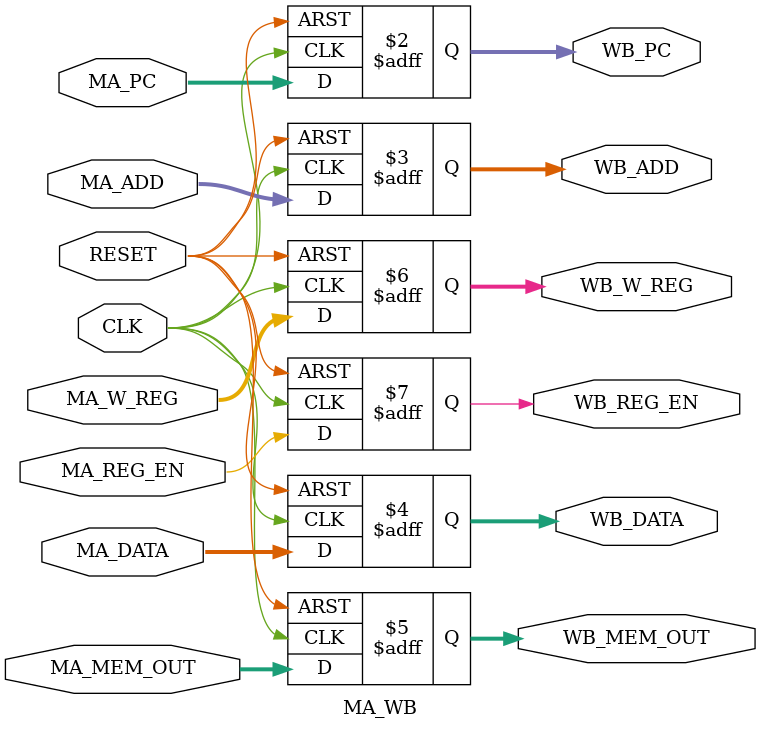
<source format=v>
`timescale 1ns/1ps

module MA_WB(CLK,RESET,MA_PC,MA_ADD,MA_DATA,MA_MEM_OUT,MA_W_REG,MA_REG_EN,WB_PC,
WB_ADD,WB_DATA,WB_MEM_OUT,WB_W_REG,WB_REG_EN);

    input CLK;
    input RESET;

    // Inputs from MA stage
    input [31:0] MA_PC;
    input [4:0] MA_ADD;
    input [31:0] MA_DATA;
    input [31:0] MA_MEM_OUT;
    input [1:0]  MA_W_REG;
    input        MA_REG_EN;

    // Outputs to WB stage
    output reg [31:0] WB_PC;
    output reg [4:0] WB_ADD;
    output reg [31:0] WB_DATA;
    output reg [31:0] WB_MEM_OUT;
    output reg [1:0]  WB_W_REG;
    output reg        WB_REG_EN;

    always @(posedge CLK or posedge RESET) begin
        if (RESET) begin
            WB_PC       <= 32'd0;
            WB_ADD      <= 5'd0;
            WB_DATA     <= 32'd0;
            WB_MEM_OUT  <= 32'd0;
            WB_W_REG    <= 2'b0;
            WB_REG_EN   <= 1'b0;
        end else begin
            WB_PC       <= MA_PC;
            WB_ADD      <= MA_ADD;
            WB_DATA     <= MA_DATA;
            WB_MEM_OUT  <= MA_MEM_OUT;
            WB_W_REG    <= MA_W_REG;
            WB_REG_EN   <= MA_REG_EN;
        end
    end

endmodule
</source>
